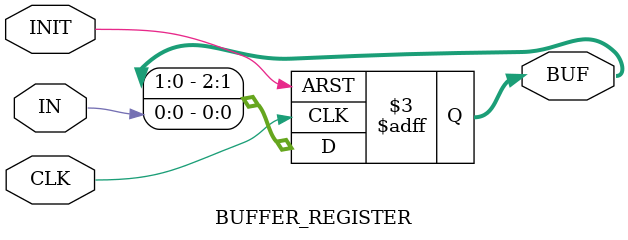
<source format=v>




module BUFFER_REGISTER(CLK,INIT,IN,BUF);

parameter N = 3; // buffer size

input CLK, INIT;
input IN;

output reg [N-1:0] BUF = 1'd0;



always @(posedge CLK or posedge INIT) begin
	if (INIT) BUF = 1'd0;
	else BUF <= {BUF[N-1:0],IN};
end

endmodule
</source>
